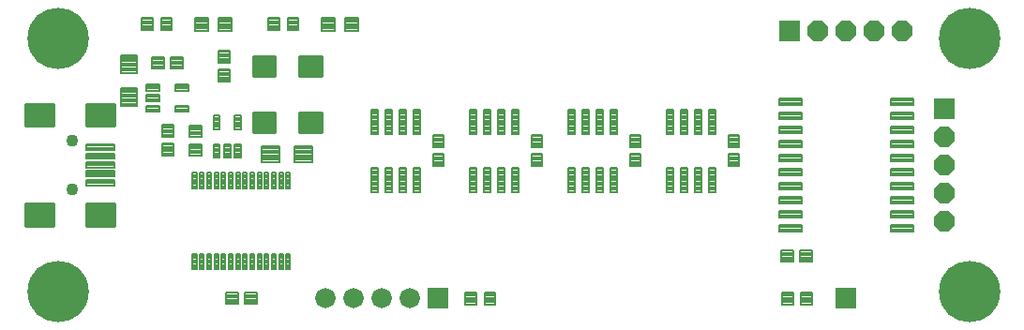
<source format=gts>
G75*
G70*
%OFA0B0*%
%FSLAX24Y24*%
%IPPOS*%
%LPD*%
%AMOC8*
5,1,8,0,0,1.08239X$1,22.5*
%
%ADD10C,0.0082*%
%ADD11R,0.0720X0.0720*%
%ADD12OC8,0.0720*%
%ADD13C,0.0081*%
%ADD14C,0.0080*%
%ADD15C,0.0087*%
%ADD16C,0.0434*%
%ADD17C,0.0080*%
%ADD18C,0.0082*%
%ADD19C,0.2180*%
%ADD20C,0.0720*%
%ADD21C,0.0083*%
%ADD22C,0.0082*%
D10*
X013107Y012355D02*
X013341Y012355D01*
X013341Y011491D01*
X013107Y011491D01*
X013107Y012355D01*
X013107Y011572D02*
X013341Y011572D01*
X013341Y011653D02*
X013107Y011653D01*
X013107Y011734D02*
X013341Y011734D01*
X013341Y011815D02*
X013107Y011815D01*
X013107Y011896D02*
X013341Y011896D01*
X013341Y011977D02*
X013107Y011977D01*
X013107Y012058D02*
X013341Y012058D01*
X013341Y012139D02*
X013107Y012139D01*
X013107Y012220D02*
X013341Y012220D01*
X013341Y012301D02*
X013107Y012301D01*
X013607Y012355D02*
X013841Y012355D01*
X013841Y011491D01*
X013607Y011491D01*
X013607Y012355D01*
X013607Y011572D02*
X013841Y011572D01*
X013841Y011653D02*
X013607Y011653D01*
X013607Y011734D02*
X013841Y011734D01*
X013841Y011815D02*
X013607Y011815D01*
X013607Y011896D02*
X013841Y011896D01*
X013841Y011977D02*
X013607Y011977D01*
X013607Y012058D02*
X013841Y012058D01*
X013841Y012139D02*
X013607Y012139D01*
X013607Y012220D02*
X013841Y012220D01*
X013841Y012301D02*
X013607Y012301D01*
X014107Y012355D02*
X014341Y012355D01*
X014341Y011491D01*
X014107Y011491D01*
X014107Y012355D01*
X014107Y011572D02*
X014341Y011572D01*
X014341Y011653D02*
X014107Y011653D01*
X014107Y011734D02*
X014341Y011734D01*
X014341Y011815D02*
X014107Y011815D01*
X014107Y011896D02*
X014341Y011896D01*
X014341Y011977D02*
X014107Y011977D01*
X014107Y012058D02*
X014341Y012058D01*
X014341Y012139D02*
X014107Y012139D01*
X014107Y012220D02*
X014341Y012220D01*
X014341Y012301D02*
X014107Y012301D01*
X014607Y012355D02*
X014841Y012355D01*
X014841Y011491D01*
X014607Y011491D01*
X014607Y012355D01*
X014607Y011572D02*
X014841Y011572D01*
X014841Y011653D02*
X014607Y011653D01*
X014607Y011734D02*
X014841Y011734D01*
X014841Y011815D02*
X014607Y011815D01*
X014607Y011896D02*
X014841Y011896D01*
X014841Y011977D02*
X014607Y011977D01*
X014607Y012058D02*
X014841Y012058D01*
X014841Y012139D02*
X014607Y012139D01*
X014607Y012220D02*
X014841Y012220D01*
X014841Y012301D02*
X014607Y012301D01*
X016607Y012355D02*
X016841Y012355D01*
X016841Y011491D01*
X016607Y011491D01*
X016607Y012355D01*
X016607Y011572D02*
X016841Y011572D01*
X016841Y011653D02*
X016607Y011653D01*
X016607Y011734D02*
X016841Y011734D01*
X016841Y011815D02*
X016607Y011815D01*
X016607Y011896D02*
X016841Y011896D01*
X016841Y011977D02*
X016607Y011977D01*
X016607Y012058D02*
X016841Y012058D01*
X016841Y012139D02*
X016607Y012139D01*
X016607Y012220D02*
X016841Y012220D01*
X016841Y012301D02*
X016607Y012301D01*
X017107Y012355D02*
X017341Y012355D01*
X017341Y011491D01*
X017107Y011491D01*
X017107Y012355D01*
X017107Y011572D02*
X017341Y011572D01*
X017341Y011653D02*
X017107Y011653D01*
X017107Y011734D02*
X017341Y011734D01*
X017341Y011815D02*
X017107Y011815D01*
X017107Y011896D02*
X017341Y011896D01*
X017341Y011977D02*
X017107Y011977D01*
X017107Y012058D02*
X017341Y012058D01*
X017341Y012139D02*
X017107Y012139D01*
X017107Y012220D02*
X017341Y012220D01*
X017341Y012301D02*
X017107Y012301D01*
X017607Y012355D02*
X017841Y012355D01*
X017841Y011491D01*
X017607Y011491D01*
X017607Y012355D01*
X017607Y011572D02*
X017841Y011572D01*
X017841Y011653D02*
X017607Y011653D01*
X017607Y011734D02*
X017841Y011734D01*
X017841Y011815D02*
X017607Y011815D01*
X017607Y011896D02*
X017841Y011896D01*
X017841Y011977D02*
X017607Y011977D01*
X017607Y012058D02*
X017841Y012058D01*
X017841Y012139D02*
X017607Y012139D01*
X017607Y012220D02*
X017841Y012220D01*
X017841Y012301D02*
X017607Y012301D01*
X018107Y012355D02*
X018341Y012355D01*
X018341Y011491D01*
X018107Y011491D01*
X018107Y012355D01*
X018107Y011572D02*
X018341Y011572D01*
X018341Y011653D02*
X018107Y011653D01*
X018107Y011734D02*
X018341Y011734D01*
X018341Y011815D02*
X018107Y011815D01*
X018107Y011896D02*
X018341Y011896D01*
X018341Y011977D02*
X018107Y011977D01*
X018107Y012058D02*
X018341Y012058D01*
X018341Y012139D02*
X018107Y012139D01*
X018107Y012220D02*
X018341Y012220D01*
X018341Y012301D02*
X018107Y012301D01*
X020107Y012355D02*
X020341Y012355D01*
X020341Y011491D01*
X020107Y011491D01*
X020107Y012355D01*
X020107Y011572D02*
X020341Y011572D01*
X020341Y011653D02*
X020107Y011653D01*
X020107Y011734D02*
X020341Y011734D01*
X020341Y011815D02*
X020107Y011815D01*
X020107Y011896D02*
X020341Y011896D01*
X020341Y011977D02*
X020107Y011977D01*
X020107Y012058D02*
X020341Y012058D01*
X020341Y012139D02*
X020107Y012139D01*
X020107Y012220D02*
X020341Y012220D01*
X020341Y012301D02*
X020107Y012301D01*
X020607Y012355D02*
X020841Y012355D01*
X020841Y011491D01*
X020607Y011491D01*
X020607Y012355D01*
X020607Y011572D02*
X020841Y011572D01*
X020841Y011653D02*
X020607Y011653D01*
X020607Y011734D02*
X020841Y011734D01*
X020841Y011815D02*
X020607Y011815D01*
X020607Y011896D02*
X020841Y011896D01*
X020841Y011977D02*
X020607Y011977D01*
X020607Y012058D02*
X020841Y012058D01*
X020841Y012139D02*
X020607Y012139D01*
X020607Y012220D02*
X020841Y012220D01*
X020841Y012301D02*
X020607Y012301D01*
X021107Y012355D02*
X021341Y012355D01*
X021341Y011491D01*
X021107Y011491D01*
X021107Y012355D01*
X021107Y011572D02*
X021341Y011572D01*
X021341Y011653D02*
X021107Y011653D01*
X021107Y011734D02*
X021341Y011734D01*
X021341Y011815D02*
X021107Y011815D01*
X021107Y011896D02*
X021341Y011896D01*
X021341Y011977D02*
X021107Y011977D01*
X021107Y012058D02*
X021341Y012058D01*
X021341Y012139D02*
X021107Y012139D01*
X021107Y012220D02*
X021341Y012220D01*
X021341Y012301D02*
X021107Y012301D01*
X021607Y012355D02*
X021841Y012355D01*
X021841Y011491D01*
X021607Y011491D01*
X021607Y012355D01*
X021607Y011572D02*
X021841Y011572D01*
X021841Y011653D02*
X021607Y011653D01*
X021607Y011734D02*
X021841Y011734D01*
X021841Y011815D02*
X021607Y011815D01*
X021607Y011896D02*
X021841Y011896D01*
X021841Y011977D02*
X021607Y011977D01*
X021607Y012058D02*
X021841Y012058D01*
X021841Y012139D02*
X021607Y012139D01*
X021607Y012220D02*
X021841Y012220D01*
X021841Y012301D02*
X021607Y012301D01*
X023607Y012355D02*
X023841Y012355D01*
X023841Y011491D01*
X023607Y011491D01*
X023607Y012355D01*
X023607Y011572D02*
X023841Y011572D01*
X023841Y011653D02*
X023607Y011653D01*
X023607Y011734D02*
X023841Y011734D01*
X023841Y011815D02*
X023607Y011815D01*
X023607Y011896D02*
X023841Y011896D01*
X023841Y011977D02*
X023607Y011977D01*
X023607Y012058D02*
X023841Y012058D01*
X023841Y012139D02*
X023607Y012139D01*
X023607Y012220D02*
X023841Y012220D01*
X023841Y012301D02*
X023607Y012301D01*
X024107Y012355D02*
X024341Y012355D01*
X024341Y011491D01*
X024107Y011491D01*
X024107Y012355D01*
X024107Y011572D02*
X024341Y011572D01*
X024341Y011653D02*
X024107Y011653D01*
X024107Y011734D02*
X024341Y011734D01*
X024341Y011815D02*
X024107Y011815D01*
X024107Y011896D02*
X024341Y011896D01*
X024341Y011977D02*
X024107Y011977D01*
X024107Y012058D02*
X024341Y012058D01*
X024341Y012139D02*
X024107Y012139D01*
X024107Y012220D02*
X024341Y012220D01*
X024341Y012301D02*
X024107Y012301D01*
X024607Y012355D02*
X024841Y012355D01*
X024841Y011491D01*
X024607Y011491D01*
X024607Y012355D01*
X024607Y011572D02*
X024841Y011572D01*
X024841Y011653D02*
X024607Y011653D01*
X024607Y011734D02*
X024841Y011734D01*
X024841Y011815D02*
X024607Y011815D01*
X024607Y011896D02*
X024841Y011896D01*
X024841Y011977D02*
X024607Y011977D01*
X024607Y012058D02*
X024841Y012058D01*
X024841Y012139D02*
X024607Y012139D01*
X024607Y012220D02*
X024841Y012220D01*
X024841Y012301D02*
X024607Y012301D01*
X025107Y012355D02*
X025341Y012355D01*
X025341Y011491D01*
X025107Y011491D01*
X025107Y012355D01*
X025107Y011572D02*
X025341Y011572D01*
X025341Y011653D02*
X025107Y011653D01*
X025107Y011734D02*
X025341Y011734D01*
X025341Y011815D02*
X025107Y011815D01*
X025107Y011896D02*
X025341Y011896D01*
X025341Y011977D02*
X025107Y011977D01*
X025107Y012058D02*
X025341Y012058D01*
X025341Y012139D02*
X025107Y012139D01*
X025107Y012220D02*
X025341Y012220D01*
X025341Y012301D02*
X025107Y012301D01*
X025107Y014403D02*
X025341Y014403D01*
X025341Y013539D01*
X025107Y013539D01*
X025107Y014403D01*
X025107Y013620D02*
X025341Y013620D01*
X025341Y013701D02*
X025107Y013701D01*
X025107Y013782D02*
X025341Y013782D01*
X025341Y013863D02*
X025107Y013863D01*
X025107Y013944D02*
X025341Y013944D01*
X025341Y014025D02*
X025107Y014025D01*
X025107Y014106D02*
X025341Y014106D01*
X025341Y014187D02*
X025107Y014187D01*
X025107Y014268D02*
X025341Y014268D01*
X025341Y014349D02*
X025107Y014349D01*
X024841Y014403D02*
X024607Y014403D01*
X024841Y014403D02*
X024841Y013539D01*
X024607Y013539D01*
X024607Y014403D01*
X024607Y013620D02*
X024841Y013620D01*
X024841Y013701D02*
X024607Y013701D01*
X024607Y013782D02*
X024841Y013782D01*
X024841Y013863D02*
X024607Y013863D01*
X024607Y013944D02*
X024841Y013944D01*
X024841Y014025D02*
X024607Y014025D01*
X024607Y014106D02*
X024841Y014106D01*
X024841Y014187D02*
X024607Y014187D01*
X024607Y014268D02*
X024841Y014268D01*
X024841Y014349D02*
X024607Y014349D01*
X024341Y014403D02*
X024107Y014403D01*
X024341Y014403D02*
X024341Y013539D01*
X024107Y013539D01*
X024107Y014403D01*
X024107Y013620D02*
X024341Y013620D01*
X024341Y013701D02*
X024107Y013701D01*
X024107Y013782D02*
X024341Y013782D01*
X024341Y013863D02*
X024107Y013863D01*
X024107Y013944D02*
X024341Y013944D01*
X024341Y014025D02*
X024107Y014025D01*
X024107Y014106D02*
X024341Y014106D01*
X024341Y014187D02*
X024107Y014187D01*
X024107Y014268D02*
X024341Y014268D01*
X024341Y014349D02*
X024107Y014349D01*
X023841Y014403D02*
X023607Y014403D01*
X023841Y014403D02*
X023841Y013539D01*
X023607Y013539D01*
X023607Y014403D01*
X023607Y013620D02*
X023841Y013620D01*
X023841Y013701D02*
X023607Y013701D01*
X023607Y013782D02*
X023841Y013782D01*
X023841Y013863D02*
X023607Y013863D01*
X023607Y013944D02*
X023841Y013944D01*
X023841Y014025D02*
X023607Y014025D01*
X023607Y014106D02*
X023841Y014106D01*
X023841Y014187D02*
X023607Y014187D01*
X023607Y014268D02*
X023841Y014268D01*
X023841Y014349D02*
X023607Y014349D01*
X021841Y014403D02*
X021607Y014403D01*
X021841Y014403D02*
X021841Y013539D01*
X021607Y013539D01*
X021607Y014403D01*
X021607Y013620D02*
X021841Y013620D01*
X021841Y013701D02*
X021607Y013701D01*
X021607Y013782D02*
X021841Y013782D01*
X021841Y013863D02*
X021607Y013863D01*
X021607Y013944D02*
X021841Y013944D01*
X021841Y014025D02*
X021607Y014025D01*
X021607Y014106D02*
X021841Y014106D01*
X021841Y014187D02*
X021607Y014187D01*
X021607Y014268D02*
X021841Y014268D01*
X021841Y014349D02*
X021607Y014349D01*
X021341Y014403D02*
X021107Y014403D01*
X021341Y014403D02*
X021341Y013539D01*
X021107Y013539D01*
X021107Y014403D01*
X021107Y013620D02*
X021341Y013620D01*
X021341Y013701D02*
X021107Y013701D01*
X021107Y013782D02*
X021341Y013782D01*
X021341Y013863D02*
X021107Y013863D01*
X021107Y013944D02*
X021341Y013944D01*
X021341Y014025D02*
X021107Y014025D01*
X021107Y014106D02*
X021341Y014106D01*
X021341Y014187D02*
X021107Y014187D01*
X021107Y014268D02*
X021341Y014268D01*
X021341Y014349D02*
X021107Y014349D01*
X020841Y014403D02*
X020607Y014403D01*
X020841Y014403D02*
X020841Y013539D01*
X020607Y013539D01*
X020607Y014403D01*
X020607Y013620D02*
X020841Y013620D01*
X020841Y013701D02*
X020607Y013701D01*
X020607Y013782D02*
X020841Y013782D01*
X020841Y013863D02*
X020607Y013863D01*
X020607Y013944D02*
X020841Y013944D01*
X020841Y014025D02*
X020607Y014025D01*
X020607Y014106D02*
X020841Y014106D01*
X020841Y014187D02*
X020607Y014187D01*
X020607Y014268D02*
X020841Y014268D01*
X020841Y014349D02*
X020607Y014349D01*
X020341Y014403D02*
X020107Y014403D01*
X020341Y014403D02*
X020341Y013539D01*
X020107Y013539D01*
X020107Y014403D01*
X020107Y013620D02*
X020341Y013620D01*
X020341Y013701D02*
X020107Y013701D01*
X020107Y013782D02*
X020341Y013782D01*
X020341Y013863D02*
X020107Y013863D01*
X020107Y013944D02*
X020341Y013944D01*
X020341Y014025D02*
X020107Y014025D01*
X020107Y014106D02*
X020341Y014106D01*
X020341Y014187D02*
X020107Y014187D01*
X020107Y014268D02*
X020341Y014268D01*
X020341Y014349D02*
X020107Y014349D01*
X018341Y014403D02*
X018107Y014403D01*
X018341Y014403D02*
X018341Y013539D01*
X018107Y013539D01*
X018107Y014403D01*
X018107Y013620D02*
X018341Y013620D01*
X018341Y013701D02*
X018107Y013701D01*
X018107Y013782D02*
X018341Y013782D01*
X018341Y013863D02*
X018107Y013863D01*
X018107Y013944D02*
X018341Y013944D01*
X018341Y014025D02*
X018107Y014025D01*
X018107Y014106D02*
X018341Y014106D01*
X018341Y014187D02*
X018107Y014187D01*
X018107Y014268D02*
X018341Y014268D01*
X018341Y014349D02*
X018107Y014349D01*
X017841Y014403D02*
X017607Y014403D01*
X017841Y014403D02*
X017841Y013539D01*
X017607Y013539D01*
X017607Y014403D01*
X017607Y013620D02*
X017841Y013620D01*
X017841Y013701D02*
X017607Y013701D01*
X017607Y013782D02*
X017841Y013782D01*
X017841Y013863D02*
X017607Y013863D01*
X017607Y013944D02*
X017841Y013944D01*
X017841Y014025D02*
X017607Y014025D01*
X017607Y014106D02*
X017841Y014106D01*
X017841Y014187D02*
X017607Y014187D01*
X017607Y014268D02*
X017841Y014268D01*
X017841Y014349D02*
X017607Y014349D01*
X017341Y014403D02*
X017107Y014403D01*
X017341Y014403D02*
X017341Y013539D01*
X017107Y013539D01*
X017107Y014403D01*
X017107Y013620D02*
X017341Y013620D01*
X017341Y013701D02*
X017107Y013701D01*
X017107Y013782D02*
X017341Y013782D01*
X017341Y013863D02*
X017107Y013863D01*
X017107Y013944D02*
X017341Y013944D01*
X017341Y014025D02*
X017107Y014025D01*
X017107Y014106D02*
X017341Y014106D01*
X017341Y014187D02*
X017107Y014187D01*
X017107Y014268D02*
X017341Y014268D01*
X017341Y014349D02*
X017107Y014349D01*
X016841Y014403D02*
X016607Y014403D01*
X016841Y014403D02*
X016841Y013539D01*
X016607Y013539D01*
X016607Y014403D01*
X016607Y013620D02*
X016841Y013620D01*
X016841Y013701D02*
X016607Y013701D01*
X016607Y013782D02*
X016841Y013782D01*
X016841Y013863D02*
X016607Y013863D01*
X016607Y013944D02*
X016841Y013944D01*
X016841Y014025D02*
X016607Y014025D01*
X016607Y014106D02*
X016841Y014106D01*
X016841Y014187D02*
X016607Y014187D01*
X016607Y014268D02*
X016841Y014268D01*
X016841Y014349D02*
X016607Y014349D01*
X014841Y014403D02*
X014607Y014403D01*
X014841Y014403D02*
X014841Y013539D01*
X014607Y013539D01*
X014607Y014403D01*
X014607Y013620D02*
X014841Y013620D01*
X014841Y013701D02*
X014607Y013701D01*
X014607Y013782D02*
X014841Y013782D01*
X014841Y013863D02*
X014607Y013863D01*
X014607Y013944D02*
X014841Y013944D01*
X014841Y014025D02*
X014607Y014025D01*
X014607Y014106D02*
X014841Y014106D01*
X014841Y014187D02*
X014607Y014187D01*
X014607Y014268D02*
X014841Y014268D01*
X014841Y014349D02*
X014607Y014349D01*
X014341Y014403D02*
X014107Y014403D01*
X014341Y014403D02*
X014341Y013539D01*
X014107Y013539D01*
X014107Y014403D01*
X014107Y013620D02*
X014341Y013620D01*
X014341Y013701D02*
X014107Y013701D01*
X014107Y013782D02*
X014341Y013782D01*
X014341Y013863D02*
X014107Y013863D01*
X014107Y013944D02*
X014341Y013944D01*
X014341Y014025D02*
X014107Y014025D01*
X014107Y014106D02*
X014341Y014106D01*
X014341Y014187D02*
X014107Y014187D01*
X014107Y014268D02*
X014341Y014268D01*
X014341Y014349D02*
X014107Y014349D01*
X013841Y014403D02*
X013607Y014403D01*
X013841Y014403D02*
X013841Y013539D01*
X013607Y013539D01*
X013607Y014403D01*
X013607Y013620D02*
X013841Y013620D01*
X013841Y013701D02*
X013607Y013701D01*
X013607Y013782D02*
X013841Y013782D01*
X013841Y013863D02*
X013607Y013863D01*
X013607Y013944D02*
X013841Y013944D01*
X013841Y014025D02*
X013607Y014025D01*
X013607Y014106D02*
X013841Y014106D01*
X013841Y014187D02*
X013607Y014187D01*
X013607Y014268D02*
X013841Y014268D01*
X013841Y014349D02*
X013607Y014349D01*
X013341Y014403D02*
X013107Y014403D01*
X013341Y014403D02*
X013341Y013539D01*
X013107Y013539D01*
X013107Y014403D01*
X013107Y013620D02*
X013341Y013620D01*
X013341Y013701D02*
X013107Y013701D01*
X013107Y013782D02*
X013341Y013782D01*
X013341Y013863D02*
X013107Y013863D01*
X013107Y013944D02*
X013341Y013944D01*
X013341Y014025D02*
X013107Y014025D01*
X013107Y014106D02*
X013341Y014106D01*
X013341Y014187D02*
X013107Y014187D01*
X013107Y014268D02*
X013341Y014268D01*
X013341Y014349D02*
X013107Y014349D01*
D11*
X015474Y007697D03*
X029974Y007697D03*
X033474Y014447D03*
X027974Y017197D03*
D12*
X028974Y017197D03*
X029974Y017197D03*
X030974Y017197D03*
X031974Y017197D03*
X033474Y013447D03*
X033474Y012447D03*
X033474Y011447D03*
X033474Y010447D03*
D13*
X008355Y007500D02*
X007923Y007500D01*
X007923Y007894D01*
X008355Y007894D01*
X008355Y007500D01*
X008355Y007580D02*
X007923Y007580D01*
X007923Y007660D02*
X008355Y007660D01*
X008355Y007740D02*
X007923Y007740D01*
X007923Y007820D02*
X008355Y007820D01*
X008592Y007500D02*
X009024Y007500D01*
X008592Y007500D02*
X008592Y007894D01*
X009024Y007894D01*
X009024Y007500D01*
X009024Y007580D02*
X008592Y007580D01*
X008592Y007660D02*
X009024Y007660D01*
X009024Y007740D02*
X008592Y007740D01*
X008592Y007820D02*
X009024Y007820D01*
X016442Y007481D02*
X016836Y007481D01*
X016442Y007481D02*
X016442Y007913D01*
X016836Y007913D01*
X016836Y007481D01*
X016836Y007561D02*
X016442Y007561D01*
X016442Y007641D02*
X016836Y007641D01*
X016836Y007721D02*
X016442Y007721D01*
X016442Y007801D02*
X016836Y007801D01*
X016836Y007881D02*
X016442Y007881D01*
X017111Y007481D02*
X017505Y007481D01*
X017111Y007481D02*
X017111Y007913D01*
X017505Y007913D01*
X017505Y007481D01*
X017505Y007561D02*
X017111Y007561D01*
X017111Y007641D02*
X017505Y007641D01*
X017505Y007721D02*
X017111Y007721D01*
X017111Y007801D02*
X017505Y007801D01*
X017505Y007881D02*
X017111Y007881D01*
X015671Y012396D02*
X015671Y012828D01*
X015671Y012396D02*
X015277Y012396D01*
X015277Y012828D01*
X015671Y012828D01*
X015671Y012476D02*
X015277Y012476D01*
X015277Y012556D02*
X015671Y012556D01*
X015671Y012636D02*
X015277Y012636D01*
X015277Y012716D02*
X015671Y012716D01*
X015671Y012796D02*
X015277Y012796D01*
X015671Y013066D02*
X015671Y013498D01*
X015671Y013066D02*
X015277Y013066D01*
X015277Y013498D01*
X015671Y013498D01*
X015671Y013146D02*
X015277Y013146D01*
X015277Y013226D02*
X015671Y013226D01*
X015671Y013306D02*
X015277Y013306D01*
X015277Y013386D02*
X015671Y013386D01*
X015671Y013466D02*
X015277Y013466D01*
X019171Y013498D02*
X019171Y013066D01*
X018777Y013066D01*
X018777Y013498D01*
X019171Y013498D01*
X019171Y013146D02*
X018777Y013146D01*
X018777Y013226D02*
X019171Y013226D01*
X019171Y013306D02*
X018777Y013306D01*
X018777Y013386D02*
X019171Y013386D01*
X019171Y013466D02*
X018777Y013466D01*
X019171Y012828D02*
X019171Y012396D01*
X018777Y012396D01*
X018777Y012828D01*
X019171Y012828D01*
X019171Y012476D02*
X018777Y012476D01*
X018777Y012556D02*
X019171Y012556D01*
X019171Y012636D02*
X018777Y012636D01*
X018777Y012716D02*
X019171Y012716D01*
X019171Y012796D02*
X018777Y012796D01*
X022671Y012828D02*
X022671Y012396D01*
X022277Y012396D01*
X022277Y012828D01*
X022671Y012828D01*
X022671Y012476D02*
X022277Y012476D01*
X022277Y012556D02*
X022671Y012556D01*
X022671Y012636D02*
X022277Y012636D01*
X022277Y012716D02*
X022671Y012716D01*
X022671Y012796D02*
X022277Y012796D01*
X022671Y013066D02*
X022671Y013498D01*
X022671Y013066D02*
X022277Y013066D01*
X022277Y013498D01*
X022671Y013498D01*
X022671Y013146D02*
X022277Y013146D01*
X022277Y013226D02*
X022671Y013226D01*
X022671Y013306D02*
X022277Y013306D01*
X022277Y013386D02*
X022671Y013386D01*
X022671Y013466D02*
X022277Y013466D01*
X025777Y013498D02*
X025777Y013066D01*
X025777Y013498D02*
X026171Y013498D01*
X026171Y013066D01*
X025777Y013066D01*
X025777Y013146D02*
X026171Y013146D01*
X026171Y013226D02*
X025777Y013226D01*
X025777Y013306D02*
X026171Y013306D01*
X026171Y013386D02*
X025777Y013386D01*
X025777Y013466D02*
X026171Y013466D01*
X025777Y012828D02*
X025777Y012396D01*
X025777Y012828D02*
X026171Y012828D01*
X026171Y012396D01*
X025777Y012396D01*
X025777Y012476D02*
X026171Y012476D01*
X026171Y012556D02*
X025777Y012556D01*
X025777Y012636D02*
X026171Y012636D01*
X026171Y012716D02*
X025777Y012716D01*
X025777Y012796D02*
X026171Y012796D01*
X027673Y009000D02*
X028105Y009000D01*
X027673Y009000D02*
X027673Y009394D01*
X028105Y009394D01*
X028105Y009000D01*
X028105Y009080D02*
X027673Y009080D01*
X027673Y009160D02*
X028105Y009160D01*
X028105Y009240D02*
X027673Y009240D01*
X027673Y009320D02*
X028105Y009320D01*
X028342Y009000D02*
X028774Y009000D01*
X028342Y009000D02*
X028342Y009394D01*
X028774Y009394D01*
X028774Y009000D01*
X028774Y009080D02*
X028342Y009080D01*
X028342Y009160D02*
X028774Y009160D01*
X028774Y009240D02*
X028342Y009240D01*
X028342Y009320D02*
X028774Y009320D01*
X028755Y007481D02*
X028361Y007481D01*
X028361Y007913D01*
X028755Y007913D01*
X028755Y007481D01*
X028755Y007561D02*
X028361Y007561D01*
X028361Y007641D02*
X028755Y007641D01*
X028755Y007721D02*
X028361Y007721D01*
X028361Y007801D02*
X028755Y007801D01*
X028755Y007881D02*
X028361Y007881D01*
X028086Y007481D02*
X027692Y007481D01*
X027692Y007913D01*
X028086Y007913D01*
X028086Y007481D01*
X028086Y007561D02*
X027692Y007561D01*
X027692Y007641D02*
X028086Y007641D01*
X028086Y007721D02*
X027692Y007721D01*
X027692Y007801D02*
X028086Y007801D01*
X028086Y007881D02*
X027692Y007881D01*
X010505Y017231D02*
X010111Y017231D01*
X010111Y017663D01*
X010505Y017663D01*
X010505Y017231D01*
X010505Y017311D02*
X010111Y017311D01*
X010111Y017391D02*
X010505Y017391D01*
X010505Y017471D02*
X010111Y017471D01*
X010111Y017551D02*
X010505Y017551D01*
X010505Y017631D02*
X010111Y017631D01*
X009836Y017231D02*
X009442Y017231D01*
X009442Y017663D01*
X009836Y017663D01*
X009836Y017231D01*
X009836Y017311D02*
X009442Y017311D01*
X009442Y017391D02*
X009836Y017391D01*
X009836Y017471D02*
X009442Y017471D01*
X009442Y017551D02*
X009836Y017551D01*
X009836Y017631D02*
X009442Y017631D01*
X008046Y016498D02*
X008046Y016066D01*
X007652Y016066D01*
X007652Y016498D01*
X008046Y016498D01*
X008046Y016146D02*
X007652Y016146D01*
X007652Y016226D02*
X008046Y016226D01*
X008046Y016306D02*
X007652Y016306D01*
X007652Y016386D02*
X008046Y016386D01*
X008046Y016466D02*
X007652Y016466D01*
X006399Y016269D02*
X005967Y016269D01*
X006399Y016269D02*
X006399Y015875D01*
X005967Y015875D01*
X005967Y016269D01*
X005967Y015955D02*
X006399Y015955D01*
X006399Y016035D02*
X005967Y016035D01*
X005967Y016115D02*
X006399Y016115D01*
X006399Y016195D02*
X005967Y016195D01*
X005730Y016269D02*
X005298Y016269D01*
X005730Y016269D02*
X005730Y015875D01*
X005298Y015875D01*
X005298Y016269D01*
X005298Y015955D02*
X005730Y015955D01*
X005730Y016035D02*
X005298Y016035D01*
X005298Y016115D02*
X005730Y016115D01*
X005730Y016195D02*
X005298Y016195D01*
X005336Y017231D02*
X004942Y017231D01*
X004942Y017663D01*
X005336Y017663D01*
X005336Y017231D01*
X005336Y017311D02*
X004942Y017311D01*
X004942Y017391D02*
X005336Y017391D01*
X005336Y017471D02*
X004942Y017471D01*
X004942Y017551D02*
X005336Y017551D01*
X005336Y017631D02*
X004942Y017631D01*
X005611Y017231D02*
X006005Y017231D01*
X005611Y017231D02*
X005611Y017663D01*
X006005Y017663D01*
X006005Y017231D01*
X006005Y017311D02*
X005611Y017311D01*
X005611Y017391D02*
X006005Y017391D01*
X006005Y017471D02*
X005611Y017471D01*
X005611Y017551D02*
X006005Y017551D01*
X006005Y017631D02*
X005611Y017631D01*
X008046Y015828D02*
X008046Y015396D01*
X007652Y015396D01*
X007652Y015828D01*
X008046Y015828D01*
X008046Y015476D02*
X007652Y015476D01*
X007652Y015556D02*
X008046Y015556D01*
X008046Y015636D02*
X007652Y015636D01*
X007652Y015716D02*
X008046Y015716D01*
X008046Y015796D02*
X007652Y015796D01*
X007065Y013854D02*
X007065Y013460D01*
X006633Y013460D01*
X006633Y013854D01*
X007065Y013854D01*
X007065Y013540D02*
X006633Y013540D01*
X006633Y013620D02*
X007065Y013620D01*
X007065Y013700D02*
X006633Y013700D01*
X006633Y013780D02*
X007065Y013780D01*
X006046Y013873D02*
X006046Y013441D01*
X005652Y013441D01*
X005652Y013873D01*
X006046Y013873D01*
X006046Y013521D02*
X005652Y013521D01*
X005652Y013601D02*
X006046Y013601D01*
X006046Y013681D02*
X005652Y013681D01*
X005652Y013761D02*
X006046Y013761D01*
X006046Y013841D02*
X005652Y013841D01*
X006046Y013203D02*
X006046Y012771D01*
X005652Y012771D01*
X005652Y013203D01*
X006046Y013203D01*
X006046Y012851D02*
X005652Y012851D01*
X005652Y012931D02*
X006046Y012931D01*
X006046Y013011D02*
X005652Y013011D01*
X005652Y013091D02*
X006046Y013091D01*
X006046Y013171D02*
X005652Y013171D01*
X007065Y013184D02*
X007065Y012790D01*
X006633Y012790D01*
X006633Y013184D01*
X007065Y013184D01*
X007065Y012870D02*
X006633Y012870D01*
X006633Y012950D02*
X007065Y012950D01*
X007065Y013030D02*
X006633Y013030D01*
X006633Y013110D02*
X007065Y013110D01*
D14*
X006998Y012161D02*
X007134Y012161D01*
X007134Y011611D01*
X006998Y011611D01*
X006998Y012161D01*
X006998Y011690D02*
X007134Y011690D01*
X007134Y011769D02*
X006998Y011769D01*
X006998Y011848D02*
X007134Y011848D01*
X007134Y011927D02*
X006998Y011927D01*
X006998Y012006D02*
X007134Y012006D01*
X007134Y012085D02*
X006998Y012085D01*
X006878Y012161D02*
X006742Y012161D01*
X006878Y012161D02*
X006878Y011611D01*
X006742Y011611D01*
X006742Y012161D01*
X006742Y011690D02*
X006878Y011690D01*
X006878Y011769D02*
X006742Y011769D01*
X006742Y011848D02*
X006878Y011848D01*
X006878Y011927D02*
X006742Y011927D01*
X006742Y012006D02*
X006878Y012006D01*
X006878Y012085D02*
X006742Y012085D01*
X007254Y012161D02*
X007390Y012161D01*
X007390Y011611D01*
X007254Y011611D01*
X007254Y012161D01*
X007254Y011690D02*
X007390Y011690D01*
X007390Y011769D02*
X007254Y011769D01*
X007254Y011848D02*
X007390Y011848D01*
X007390Y011927D02*
X007254Y011927D01*
X007254Y012006D02*
X007390Y012006D01*
X007390Y012085D02*
X007254Y012085D01*
X007510Y012161D02*
X007646Y012161D01*
X007646Y011611D01*
X007510Y011611D01*
X007510Y012161D01*
X007510Y011690D02*
X007646Y011690D01*
X007646Y011769D02*
X007510Y011769D01*
X007510Y011848D02*
X007646Y011848D01*
X007646Y011927D02*
X007510Y011927D01*
X007510Y012006D02*
X007646Y012006D01*
X007646Y012085D02*
X007510Y012085D01*
X007766Y012161D02*
X007902Y012161D01*
X007902Y011611D01*
X007766Y011611D01*
X007766Y012161D01*
X007766Y011690D02*
X007902Y011690D01*
X007902Y011769D02*
X007766Y011769D01*
X007766Y011848D02*
X007902Y011848D01*
X007902Y011927D02*
X007766Y011927D01*
X007766Y012006D02*
X007902Y012006D01*
X007902Y012085D02*
X007766Y012085D01*
X008022Y012161D02*
X008158Y012161D01*
X008158Y011611D01*
X008022Y011611D01*
X008022Y012161D01*
X008022Y011690D02*
X008158Y011690D01*
X008158Y011769D02*
X008022Y011769D01*
X008022Y011848D02*
X008158Y011848D01*
X008158Y011927D02*
X008022Y011927D01*
X008022Y012006D02*
X008158Y012006D01*
X008158Y012085D02*
X008022Y012085D01*
X008278Y012161D02*
X008414Y012161D01*
X008414Y011611D01*
X008278Y011611D01*
X008278Y012161D01*
X008278Y011690D02*
X008414Y011690D01*
X008414Y011769D02*
X008278Y011769D01*
X008278Y011848D02*
X008414Y011848D01*
X008414Y011927D02*
X008278Y011927D01*
X008278Y012006D02*
X008414Y012006D01*
X008414Y012085D02*
X008278Y012085D01*
X008534Y012161D02*
X008670Y012161D01*
X008670Y011611D01*
X008534Y011611D01*
X008534Y012161D01*
X008534Y011690D02*
X008670Y011690D01*
X008670Y011769D02*
X008534Y011769D01*
X008534Y011848D02*
X008670Y011848D01*
X008670Y011927D02*
X008534Y011927D01*
X008534Y012006D02*
X008670Y012006D01*
X008670Y012085D02*
X008534Y012085D01*
X008790Y012161D02*
X008926Y012161D01*
X008926Y011611D01*
X008790Y011611D01*
X008790Y012161D01*
X008790Y011690D02*
X008926Y011690D01*
X008926Y011769D02*
X008790Y011769D01*
X008790Y011848D02*
X008926Y011848D01*
X008926Y011927D02*
X008790Y011927D01*
X008790Y012006D02*
X008926Y012006D01*
X008926Y012085D02*
X008790Y012085D01*
X009045Y012161D02*
X009181Y012161D01*
X009181Y011611D01*
X009045Y011611D01*
X009045Y012161D01*
X009045Y011690D02*
X009181Y011690D01*
X009181Y011769D02*
X009045Y011769D01*
X009045Y011848D02*
X009181Y011848D01*
X009181Y011927D02*
X009045Y011927D01*
X009045Y012006D02*
X009181Y012006D01*
X009181Y012085D02*
X009045Y012085D01*
X009301Y012161D02*
X009437Y012161D01*
X009437Y011611D01*
X009301Y011611D01*
X009301Y012161D01*
X009301Y011690D02*
X009437Y011690D01*
X009437Y011769D02*
X009301Y011769D01*
X009301Y011848D02*
X009437Y011848D01*
X009437Y011927D02*
X009301Y011927D01*
X009301Y012006D02*
X009437Y012006D01*
X009437Y012085D02*
X009301Y012085D01*
X009557Y012161D02*
X009693Y012161D01*
X009693Y011611D01*
X009557Y011611D01*
X009557Y012161D01*
X009557Y011690D02*
X009693Y011690D01*
X009693Y011769D02*
X009557Y011769D01*
X009557Y011848D02*
X009693Y011848D01*
X009693Y011927D02*
X009557Y011927D01*
X009557Y012006D02*
X009693Y012006D01*
X009693Y012085D02*
X009557Y012085D01*
X009813Y012161D02*
X009949Y012161D01*
X009949Y011611D01*
X009813Y011611D01*
X009813Y012161D01*
X009813Y011690D02*
X009949Y011690D01*
X009949Y011769D02*
X009813Y011769D01*
X009813Y011848D02*
X009949Y011848D01*
X009949Y011927D02*
X009813Y011927D01*
X009813Y012006D02*
X009949Y012006D01*
X009949Y012085D02*
X009813Y012085D01*
X010069Y012161D02*
X010205Y012161D01*
X010205Y011611D01*
X010069Y011611D01*
X010069Y012161D01*
X010069Y011690D02*
X010205Y011690D01*
X010205Y011769D02*
X010069Y011769D01*
X010069Y011848D02*
X010205Y011848D01*
X010205Y011927D02*
X010069Y011927D01*
X010069Y012006D02*
X010205Y012006D01*
X010205Y012085D02*
X010069Y012085D01*
X010069Y009283D02*
X010205Y009283D01*
X010205Y008733D01*
X010069Y008733D01*
X010069Y009283D01*
X010069Y008812D02*
X010205Y008812D01*
X010205Y008891D02*
X010069Y008891D01*
X010069Y008970D02*
X010205Y008970D01*
X010205Y009049D02*
X010069Y009049D01*
X010069Y009128D02*
X010205Y009128D01*
X010205Y009207D02*
X010069Y009207D01*
X009949Y009283D02*
X009813Y009283D01*
X009949Y009283D02*
X009949Y008733D01*
X009813Y008733D01*
X009813Y009283D01*
X009813Y008812D02*
X009949Y008812D01*
X009949Y008891D02*
X009813Y008891D01*
X009813Y008970D02*
X009949Y008970D01*
X009949Y009049D02*
X009813Y009049D01*
X009813Y009128D02*
X009949Y009128D01*
X009949Y009207D02*
X009813Y009207D01*
X009693Y009283D02*
X009557Y009283D01*
X009693Y009283D02*
X009693Y008733D01*
X009557Y008733D01*
X009557Y009283D01*
X009557Y008812D02*
X009693Y008812D01*
X009693Y008891D02*
X009557Y008891D01*
X009557Y008970D02*
X009693Y008970D01*
X009693Y009049D02*
X009557Y009049D01*
X009557Y009128D02*
X009693Y009128D01*
X009693Y009207D02*
X009557Y009207D01*
X009437Y009283D02*
X009301Y009283D01*
X009437Y009283D02*
X009437Y008733D01*
X009301Y008733D01*
X009301Y009283D01*
X009301Y008812D02*
X009437Y008812D01*
X009437Y008891D02*
X009301Y008891D01*
X009301Y008970D02*
X009437Y008970D01*
X009437Y009049D02*
X009301Y009049D01*
X009301Y009128D02*
X009437Y009128D01*
X009437Y009207D02*
X009301Y009207D01*
X009181Y009283D02*
X009045Y009283D01*
X009181Y009283D02*
X009181Y008733D01*
X009045Y008733D01*
X009045Y009283D01*
X009045Y008812D02*
X009181Y008812D01*
X009181Y008891D02*
X009045Y008891D01*
X009045Y008970D02*
X009181Y008970D01*
X009181Y009049D02*
X009045Y009049D01*
X009045Y009128D02*
X009181Y009128D01*
X009181Y009207D02*
X009045Y009207D01*
X008926Y009283D02*
X008790Y009283D01*
X008926Y009283D02*
X008926Y008733D01*
X008790Y008733D01*
X008790Y009283D01*
X008790Y008812D02*
X008926Y008812D01*
X008926Y008891D02*
X008790Y008891D01*
X008790Y008970D02*
X008926Y008970D01*
X008926Y009049D02*
X008790Y009049D01*
X008790Y009128D02*
X008926Y009128D01*
X008926Y009207D02*
X008790Y009207D01*
X008670Y009283D02*
X008534Y009283D01*
X008670Y009283D02*
X008670Y008733D01*
X008534Y008733D01*
X008534Y009283D01*
X008534Y008812D02*
X008670Y008812D01*
X008670Y008891D02*
X008534Y008891D01*
X008534Y008970D02*
X008670Y008970D01*
X008670Y009049D02*
X008534Y009049D01*
X008534Y009128D02*
X008670Y009128D01*
X008670Y009207D02*
X008534Y009207D01*
X008414Y009283D02*
X008278Y009283D01*
X008414Y009283D02*
X008414Y008733D01*
X008278Y008733D01*
X008278Y009283D01*
X008278Y008812D02*
X008414Y008812D01*
X008414Y008891D02*
X008278Y008891D01*
X008278Y008970D02*
X008414Y008970D01*
X008414Y009049D02*
X008278Y009049D01*
X008278Y009128D02*
X008414Y009128D01*
X008414Y009207D02*
X008278Y009207D01*
X008158Y009283D02*
X008022Y009283D01*
X008158Y009283D02*
X008158Y008733D01*
X008022Y008733D01*
X008022Y009283D01*
X008022Y008812D02*
X008158Y008812D01*
X008158Y008891D02*
X008022Y008891D01*
X008022Y008970D02*
X008158Y008970D01*
X008158Y009049D02*
X008022Y009049D01*
X008022Y009128D02*
X008158Y009128D01*
X008158Y009207D02*
X008022Y009207D01*
X007902Y009283D02*
X007766Y009283D01*
X007902Y009283D02*
X007902Y008733D01*
X007766Y008733D01*
X007766Y009283D01*
X007766Y008812D02*
X007902Y008812D01*
X007902Y008891D02*
X007766Y008891D01*
X007766Y008970D02*
X007902Y008970D01*
X007902Y009049D02*
X007766Y009049D01*
X007766Y009128D02*
X007902Y009128D01*
X007902Y009207D02*
X007766Y009207D01*
X007646Y009283D02*
X007510Y009283D01*
X007646Y009283D02*
X007646Y008733D01*
X007510Y008733D01*
X007510Y009283D01*
X007510Y008812D02*
X007646Y008812D01*
X007646Y008891D02*
X007510Y008891D01*
X007510Y008970D02*
X007646Y008970D01*
X007646Y009049D02*
X007510Y009049D01*
X007510Y009128D02*
X007646Y009128D01*
X007646Y009207D02*
X007510Y009207D01*
X007390Y009283D02*
X007254Y009283D01*
X007390Y009283D02*
X007390Y008733D01*
X007254Y008733D01*
X007254Y009283D01*
X007254Y008812D02*
X007390Y008812D01*
X007390Y008891D02*
X007254Y008891D01*
X007254Y008970D02*
X007390Y008970D01*
X007390Y009049D02*
X007254Y009049D01*
X007254Y009128D02*
X007390Y009128D01*
X007390Y009207D02*
X007254Y009207D01*
X007134Y009283D02*
X006998Y009283D01*
X007134Y009283D02*
X007134Y008733D01*
X006998Y008733D01*
X006998Y009283D01*
X006998Y008812D02*
X007134Y008812D01*
X007134Y008891D02*
X006998Y008891D01*
X006998Y008970D02*
X007134Y008970D01*
X007134Y009049D02*
X006998Y009049D01*
X006998Y009128D02*
X007134Y009128D01*
X007134Y009207D02*
X006998Y009207D01*
X006878Y009283D02*
X006742Y009283D01*
X006878Y009283D02*
X006878Y008733D01*
X006742Y008733D01*
X006742Y009283D01*
X006742Y008812D02*
X006878Y008812D01*
X006878Y008891D02*
X006742Y008891D01*
X006742Y008970D02*
X006878Y008970D01*
X006878Y009049D02*
X006742Y009049D01*
X006742Y009128D02*
X006878Y009128D01*
X006878Y009207D02*
X006742Y009207D01*
X003950Y011719D02*
X002966Y011719D01*
X002966Y011915D01*
X003950Y011915D01*
X003950Y011719D01*
X003950Y011798D02*
X002966Y011798D01*
X002966Y011877D02*
X003950Y011877D01*
X003950Y012034D02*
X002966Y012034D01*
X002966Y012230D01*
X003950Y012230D01*
X003950Y012034D01*
X003950Y012113D02*
X002966Y012113D01*
X002966Y012192D02*
X003950Y012192D01*
X003950Y012349D02*
X002966Y012349D01*
X002966Y012545D01*
X003950Y012545D01*
X003950Y012349D01*
X003950Y012428D02*
X002966Y012428D01*
X002966Y012507D02*
X003950Y012507D01*
X003950Y012664D02*
X002966Y012664D01*
X002966Y012860D01*
X003950Y012860D01*
X003950Y012664D01*
X003950Y012743D02*
X002966Y012743D01*
X002966Y012822D02*
X003950Y012822D01*
X003950Y012979D02*
X002966Y012979D01*
X002966Y013175D01*
X003950Y013175D01*
X003950Y012979D01*
X003950Y013058D02*
X002966Y013058D01*
X002966Y013137D02*
X003950Y013137D01*
D15*
X003947Y013829D02*
X002969Y013829D01*
X002969Y014609D01*
X003947Y014609D01*
X003947Y013829D01*
X003947Y013915D02*
X002969Y013915D01*
X002969Y014001D02*
X003947Y014001D01*
X003947Y014087D02*
X002969Y014087D01*
X002969Y014173D02*
X003947Y014173D01*
X003947Y014259D02*
X002969Y014259D01*
X002969Y014345D02*
X003947Y014345D01*
X003947Y014431D02*
X002969Y014431D01*
X002969Y014517D02*
X003947Y014517D01*
X003947Y014603D02*
X002969Y014603D01*
X001782Y013829D02*
X000804Y013829D01*
X000804Y014609D01*
X001782Y014609D01*
X001782Y013829D01*
X001782Y013915D02*
X000804Y013915D01*
X000804Y014001D02*
X001782Y014001D01*
X001782Y014087D02*
X000804Y014087D01*
X000804Y014173D02*
X001782Y014173D01*
X001782Y014259D02*
X000804Y014259D01*
X000804Y014345D02*
X001782Y014345D01*
X001782Y014431D02*
X000804Y014431D01*
X000804Y014517D02*
X001782Y014517D01*
X001782Y014603D02*
X000804Y014603D01*
X000804Y010285D02*
X001782Y010285D01*
X000804Y010285D02*
X000804Y011065D01*
X001782Y011065D01*
X001782Y010285D01*
X001782Y010371D02*
X000804Y010371D01*
X000804Y010457D02*
X001782Y010457D01*
X001782Y010543D02*
X000804Y010543D01*
X000804Y010629D02*
X001782Y010629D01*
X001782Y010715D02*
X000804Y010715D01*
X000804Y010801D02*
X001782Y010801D01*
X001782Y010887D02*
X000804Y010887D01*
X000804Y010973D02*
X001782Y010973D01*
X001782Y011059D02*
X000804Y011059D01*
X002969Y010285D02*
X003947Y010285D01*
X002969Y010285D02*
X002969Y011065D01*
X003947Y011065D01*
X003947Y010285D01*
X003947Y010371D02*
X002969Y010371D01*
X002969Y010457D02*
X003947Y010457D01*
X003947Y010543D02*
X002969Y010543D01*
X002969Y010629D02*
X003947Y010629D01*
X003947Y010715D02*
X002969Y010715D01*
X002969Y010801D02*
X003947Y010801D01*
X003947Y010887D02*
X002969Y010887D01*
X002969Y010973D02*
X003947Y010973D01*
X003947Y011059D02*
X002969Y011059D01*
X008882Y013596D02*
X008882Y014298D01*
X009662Y014298D01*
X009662Y013596D01*
X008882Y013596D01*
X008882Y013682D02*
X009662Y013682D01*
X009662Y013768D02*
X008882Y013768D01*
X008882Y013854D02*
X009662Y013854D01*
X009662Y013940D02*
X008882Y013940D01*
X008882Y014026D02*
X009662Y014026D01*
X009662Y014112D02*
X008882Y014112D01*
X008882Y014198D02*
X009662Y014198D01*
X009662Y014284D02*
X008882Y014284D01*
X010535Y014298D02*
X010535Y013596D01*
X010535Y014298D02*
X011315Y014298D01*
X011315Y013596D01*
X010535Y013596D01*
X010535Y013682D02*
X011315Y013682D01*
X011315Y013768D02*
X010535Y013768D01*
X010535Y013854D02*
X011315Y013854D01*
X011315Y013940D02*
X010535Y013940D01*
X010535Y014026D02*
X011315Y014026D01*
X011315Y014112D02*
X010535Y014112D01*
X010535Y014198D02*
X011315Y014198D01*
X011315Y014284D02*
X010535Y014284D01*
X010535Y015596D02*
X010535Y016298D01*
X011315Y016298D01*
X011315Y015596D01*
X010535Y015596D01*
X010535Y015682D02*
X011315Y015682D01*
X011315Y015768D02*
X010535Y015768D01*
X010535Y015854D02*
X011315Y015854D01*
X011315Y015940D02*
X010535Y015940D01*
X010535Y016026D02*
X011315Y016026D01*
X011315Y016112D02*
X010535Y016112D01*
X010535Y016198D02*
X011315Y016198D01*
X011315Y016284D02*
X010535Y016284D01*
X008882Y016298D02*
X008882Y015596D01*
X008882Y016298D02*
X009662Y016298D01*
X009662Y015596D01*
X008882Y015596D01*
X008882Y015682D02*
X009662Y015682D01*
X009662Y015768D02*
X008882Y015768D01*
X008882Y015854D02*
X009662Y015854D01*
X009662Y015940D02*
X008882Y015940D01*
X008882Y016026D02*
X009662Y016026D01*
X009662Y016112D02*
X008882Y016112D01*
X008882Y016198D02*
X009662Y016198D01*
X009662Y016284D02*
X008882Y016284D01*
D16*
X002474Y013313D03*
X002474Y011581D03*
D17*
X005101Y014340D02*
X005101Y014556D01*
X005573Y014556D01*
X005573Y014340D01*
X005101Y014340D01*
X005101Y014419D02*
X005573Y014419D01*
X005573Y014498D02*
X005101Y014498D01*
X005101Y014714D02*
X005101Y014930D01*
X005573Y014930D01*
X005573Y014714D01*
X005101Y014714D01*
X005101Y014793D02*
X005573Y014793D01*
X005573Y014872D02*
X005101Y014872D01*
X005101Y015088D02*
X005101Y015304D01*
X005573Y015304D01*
X005573Y015088D01*
X005101Y015088D01*
X005101Y015167D02*
X005573Y015167D01*
X005573Y015246D02*
X005101Y015246D01*
X006125Y015304D02*
X006125Y015088D01*
X006125Y015304D02*
X006597Y015304D01*
X006597Y015088D01*
X006125Y015088D01*
X006125Y015167D02*
X006597Y015167D01*
X006597Y015246D02*
X006125Y015246D01*
X006125Y014556D02*
X006125Y014340D01*
X006125Y014556D02*
X006597Y014556D01*
X006597Y014340D01*
X006125Y014340D01*
X006125Y014419D02*
X006597Y014419D01*
X006597Y014498D02*
X006125Y014498D01*
X007492Y013723D02*
X007708Y013723D01*
X007492Y013723D02*
X007492Y014195D01*
X007708Y014195D01*
X007708Y013723D01*
X007708Y013802D02*
X007492Y013802D01*
X007492Y013881D02*
X007708Y013881D01*
X007708Y013960D02*
X007492Y013960D01*
X007492Y014039D02*
X007708Y014039D01*
X007708Y014118D02*
X007492Y014118D01*
X008240Y013723D02*
X008456Y013723D01*
X008240Y013723D02*
X008240Y014195D01*
X008456Y014195D01*
X008456Y013723D01*
X008456Y013802D02*
X008240Y013802D01*
X008240Y013881D02*
X008456Y013881D01*
X008456Y013960D02*
X008240Y013960D01*
X008240Y014039D02*
X008456Y014039D01*
X008456Y014118D02*
X008240Y014118D01*
X008240Y012699D02*
X008456Y012699D01*
X008240Y012699D02*
X008240Y013171D01*
X008456Y013171D01*
X008456Y012699D01*
X008456Y012778D02*
X008240Y012778D01*
X008240Y012857D02*
X008456Y012857D01*
X008456Y012936D02*
X008240Y012936D01*
X008240Y013015D02*
X008456Y013015D01*
X008456Y013094D02*
X008240Y013094D01*
X008082Y012699D02*
X007866Y012699D01*
X007866Y013171D01*
X008082Y013171D01*
X008082Y012699D01*
X008082Y012778D02*
X007866Y012778D01*
X007866Y012857D02*
X008082Y012857D01*
X008082Y012936D02*
X007866Y012936D01*
X007866Y013015D02*
X008082Y013015D01*
X008082Y013094D02*
X007866Y013094D01*
X007708Y012699D02*
X007492Y012699D01*
X007492Y013171D01*
X007708Y013171D01*
X007708Y012699D01*
X007708Y012778D02*
X007492Y012778D01*
X007492Y012857D02*
X007708Y012857D01*
X007708Y012936D02*
X007492Y012936D01*
X007492Y013015D02*
X007708Y013015D01*
X007708Y013094D02*
X007492Y013094D01*
D18*
X009194Y012548D02*
X009822Y012548D01*
X009194Y012548D02*
X009194Y013096D01*
X009822Y013096D01*
X009822Y012548D01*
X009822Y012629D02*
X009194Y012629D01*
X009194Y012710D02*
X009822Y012710D01*
X009822Y012791D02*
X009194Y012791D01*
X009194Y012872D02*
X009822Y012872D01*
X009822Y012953D02*
X009194Y012953D01*
X009194Y013034D02*
X009822Y013034D01*
X010375Y013096D02*
X011003Y013096D01*
X011003Y012548D01*
X010375Y012548D01*
X010375Y013096D01*
X010375Y012629D02*
X011003Y012629D01*
X011003Y012710D02*
X010375Y012710D01*
X010375Y012791D02*
X011003Y012791D01*
X011003Y012872D02*
X010375Y012872D01*
X010375Y012953D02*
X011003Y012953D01*
X011003Y013034D02*
X010375Y013034D01*
X004748Y014542D02*
X004748Y015170D01*
X004748Y014542D02*
X004200Y014542D01*
X004200Y015170D01*
X004748Y015170D01*
X004748Y014623D02*
X004200Y014623D01*
X004200Y014704D02*
X004748Y014704D01*
X004748Y014785D02*
X004200Y014785D01*
X004200Y014866D02*
X004748Y014866D01*
X004748Y014947D02*
X004200Y014947D01*
X004200Y015028D02*
X004748Y015028D01*
X004748Y015109D02*
X004200Y015109D01*
X004200Y015723D02*
X004200Y016351D01*
X004748Y016351D01*
X004748Y015723D01*
X004200Y015723D01*
X004200Y015804D02*
X004748Y015804D01*
X004748Y015885D02*
X004200Y015885D01*
X004200Y015966D02*
X004748Y015966D01*
X004748Y016047D02*
X004200Y016047D01*
X004200Y016128D02*
X004748Y016128D01*
X004748Y016209D02*
X004200Y016209D01*
X004200Y016290D02*
X004748Y016290D01*
D19*
X001974Y016947D03*
X001974Y007947D03*
X034349Y007947D03*
X034349Y016947D03*
D20*
X014474Y007697D03*
X013474Y007697D03*
X012474Y007697D03*
X011474Y007697D03*
D21*
X011325Y017212D02*
X011325Y017682D01*
X011795Y017682D01*
X011795Y017212D01*
X011325Y017212D01*
X011325Y017294D02*
X011795Y017294D01*
X011795Y017376D02*
X011325Y017376D01*
X011325Y017458D02*
X011795Y017458D01*
X011795Y017540D02*
X011325Y017540D01*
X011325Y017622D02*
X011795Y017622D01*
X012152Y017682D02*
X012152Y017212D01*
X012152Y017682D02*
X012622Y017682D01*
X012622Y017212D01*
X012152Y017212D01*
X012152Y017294D02*
X012622Y017294D01*
X012622Y017376D02*
X012152Y017376D01*
X012152Y017458D02*
X012622Y017458D01*
X012622Y017540D02*
X012152Y017540D01*
X012152Y017622D02*
X012622Y017622D01*
X007652Y017682D02*
X007652Y017212D01*
X007652Y017682D02*
X008122Y017682D01*
X008122Y017212D01*
X007652Y017212D01*
X007652Y017294D02*
X008122Y017294D01*
X008122Y017376D02*
X007652Y017376D01*
X007652Y017458D02*
X008122Y017458D01*
X008122Y017540D02*
X007652Y017540D01*
X007652Y017622D02*
X008122Y017622D01*
X006825Y017682D02*
X006825Y017212D01*
X006825Y017682D02*
X007295Y017682D01*
X007295Y017212D01*
X006825Y017212D01*
X006825Y017294D02*
X007295Y017294D01*
X007295Y017376D02*
X006825Y017376D01*
X006825Y017458D02*
X007295Y017458D01*
X007295Y017540D02*
X006825Y017540D01*
X006825Y017622D02*
X007295Y017622D01*
D22*
X028393Y014826D02*
X028393Y014568D01*
X027595Y014568D01*
X027595Y014826D01*
X028393Y014826D01*
X028393Y014649D02*
X027595Y014649D01*
X027595Y014730D02*
X028393Y014730D01*
X028393Y014811D02*
X027595Y014811D01*
X028393Y014326D02*
X028393Y014068D01*
X027595Y014068D01*
X027595Y014326D01*
X028393Y014326D01*
X028393Y014149D02*
X027595Y014149D01*
X027595Y014230D02*
X028393Y014230D01*
X028393Y014311D02*
X027595Y014311D01*
X028393Y013826D02*
X028393Y013568D01*
X027595Y013568D01*
X027595Y013826D01*
X028393Y013826D01*
X028393Y013649D02*
X027595Y013649D01*
X027595Y013730D02*
X028393Y013730D01*
X028393Y013811D02*
X027595Y013811D01*
X028393Y013326D02*
X028393Y013068D01*
X027595Y013068D01*
X027595Y013326D01*
X028393Y013326D01*
X028393Y013149D02*
X027595Y013149D01*
X027595Y013230D02*
X028393Y013230D01*
X028393Y013311D02*
X027595Y013311D01*
X028393Y012826D02*
X028393Y012568D01*
X027595Y012568D01*
X027595Y012826D01*
X028393Y012826D01*
X028393Y012649D02*
X027595Y012649D01*
X027595Y012730D02*
X028393Y012730D01*
X028393Y012811D02*
X027595Y012811D01*
X028393Y012326D02*
X028393Y012068D01*
X027595Y012068D01*
X027595Y012326D01*
X028393Y012326D01*
X028393Y012149D02*
X027595Y012149D01*
X027595Y012230D02*
X028393Y012230D01*
X028393Y012311D02*
X027595Y012311D01*
X028393Y011826D02*
X028393Y011568D01*
X027595Y011568D01*
X027595Y011826D01*
X028393Y011826D01*
X028393Y011649D02*
X027595Y011649D01*
X027595Y011730D02*
X028393Y011730D01*
X028393Y011811D02*
X027595Y011811D01*
X028393Y011326D02*
X028393Y011068D01*
X027595Y011068D01*
X027595Y011326D01*
X028393Y011326D01*
X028393Y011149D02*
X027595Y011149D01*
X027595Y011230D02*
X028393Y011230D01*
X028393Y011311D02*
X027595Y011311D01*
X028393Y010826D02*
X028393Y010568D01*
X027595Y010568D01*
X027595Y010826D01*
X028393Y010826D01*
X028393Y010649D02*
X027595Y010649D01*
X027595Y010730D02*
X028393Y010730D01*
X028393Y010811D02*
X027595Y010811D01*
X028393Y010326D02*
X028393Y010068D01*
X027595Y010068D01*
X027595Y010326D01*
X028393Y010326D01*
X028393Y010149D02*
X027595Y010149D01*
X027595Y010230D02*
X028393Y010230D01*
X028393Y010311D02*
X027595Y010311D01*
X032353Y010326D02*
X032353Y010068D01*
X031555Y010068D01*
X031555Y010326D01*
X032353Y010326D01*
X032353Y010149D02*
X031555Y010149D01*
X031555Y010230D02*
X032353Y010230D01*
X032353Y010311D02*
X031555Y010311D01*
X032353Y010568D02*
X032353Y010826D01*
X032353Y010568D02*
X031555Y010568D01*
X031555Y010826D01*
X032353Y010826D01*
X032353Y010649D02*
X031555Y010649D01*
X031555Y010730D02*
X032353Y010730D01*
X032353Y010811D02*
X031555Y010811D01*
X032353Y011068D02*
X032353Y011326D01*
X032353Y011068D02*
X031555Y011068D01*
X031555Y011326D01*
X032353Y011326D01*
X032353Y011149D02*
X031555Y011149D01*
X031555Y011230D02*
X032353Y011230D01*
X032353Y011311D02*
X031555Y011311D01*
X032353Y011568D02*
X032353Y011826D01*
X032353Y011568D02*
X031555Y011568D01*
X031555Y011826D01*
X032353Y011826D01*
X032353Y011649D02*
X031555Y011649D01*
X031555Y011730D02*
X032353Y011730D01*
X032353Y011811D02*
X031555Y011811D01*
X032353Y012068D02*
X032353Y012326D01*
X032353Y012068D02*
X031555Y012068D01*
X031555Y012326D01*
X032353Y012326D01*
X032353Y012149D02*
X031555Y012149D01*
X031555Y012230D02*
X032353Y012230D01*
X032353Y012311D02*
X031555Y012311D01*
X032353Y012568D02*
X032353Y012826D01*
X032353Y012568D02*
X031555Y012568D01*
X031555Y012826D01*
X032353Y012826D01*
X032353Y012649D02*
X031555Y012649D01*
X031555Y012730D02*
X032353Y012730D01*
X032353Y012811D02*
X031555Y012811D01*
X032353Y013068D02*
X032353Y013326D01*
X032353Y013068D02*
X031555Y013068D01*
X031555Y013326D01*
X032353Y013326D01*
X032353Y013149D02*
X031555Y013149D01*
X031555Y013230D02*
X032353Y013230D01*
X032353Y013311D02*
X031555Y013311D01*
X032353Y013568D02*
X032353Y013826D01*
X032353Y013568D02*
X031555Y013568D01*
X031555Y013826D01*
X032353Y013826D01*
X032353Y013649D02*
X031555Y013649D01*
X031555Y013730D02*
X032353Y013730D01*
X032353Y013811D02*
X031555Y013811D01*
X032353Y014068D02*
X032353Y014326D01*
X032353Y014068D02*
X031555Y014068D01*
X031555Y014326D01*
X032353Y014326D01*
X032353Y014149D02*
X031555Y014149D01*
X031555Y014230D02*
X032353Y014230D01*
X032353Y014311D02*
X031555Y014311D01*
X032353Y014568D02*
X032353Y014826D01*
X032353Y014568D02*
X031555Y014568D01*
X031555Y014826D01*
X032353Y014826D01*
X032353Y014649D02*
X031555Y014649D01*
X031555Y014730D02*
X032353Y014730D01*
X032353Y014811D02*
X031555Y014811D01*
M02*

</source>
